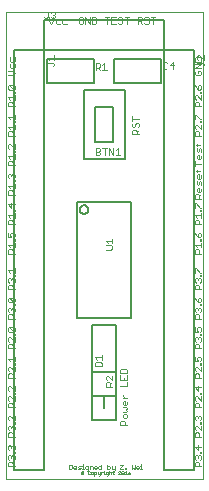
<source format=gto>
G75*
%MOIN*%
%OFA0B0*%
%FSLAX25Y25*%
%IPPOS*%
%LPD*%
%AMOC8*
5,1,8,0,0,1.08239X$1,22.5*
%
%ADD10C,0.00394*%
%ADD11C,0.00200*%
%ADD12C,0.00100*%
%ADD13C,0.00500*%
D10*
X0001197Y0001197D02*
X0001197Y0156709D01*
X0066945Y0156709D01*
X0066945Y0001197D01*
X0001197Y0001197D01*
D11*
X0002063Y0005304D02*
X0002063Y0006405D01*
X0002430Y0006771D01*
X0003164Y0006771D01*
X0003531Y0006405D01*
X0003531Y0005304D01*
X0004265Y0005304D02*
X0002063Y0005304D01*
X0002430Y0007513D02*
X0002063Y0007880D01*
X0002063Y0008614D01*
X0002430Y0008981D01*
X0002797Y0008981D01*
X0003164Y0008614D01*
X0003531Y0008981D01*
X0003898Y0008981D01*
X0004265Y0008614D01*
X0004265Y0007880D01*
X0003898Y0007513D01*
X0003164Y0008247D02*
X0003164Y0008614D01*
X0003898Y0009723D02*
X0003898Y0010090D01*
X0004265Y0010090D01*
X0004265Y0009723D01*
X0003898Y0009723D01*
X0003898Y0010828D02*
X0004265Y0011195D01*
X0004265Y0011929D01*
X0003898Y0012296D01*
X0003531Y0012296D01*
X0003164Y0011929D01*
X0003164Y0011562D01*
X0003164Y0011929D02*
X0002797Y0012296D01*
X0002430Y0012296D01*
X0002063Y0011929D01*
X0002063Y0011195D01*
X0002430Y0010828D01*
X0002063Y0015146D02*
X0002063Y0016247D01*
X0002430Y0016614D01*
X0003164Y0016614D01*
X0003531Y0016247D01*
X0003531Y0015146D01*
X0004265Y0015146D02*
X0002063Y0015146D01*
X0002430Y0017356D02*
X0002063Y0017723D01*
X0002063Y0018457D01*
X0002430Y0018824D01*
X0002797Y0018824D01*
X0003164Y0018457D01*
X0003531Y0018824D01*
X0003898Y0018824D01*
X0004265Y0018457D01*
X0004265Y0017723D01*
X0003898Y0017356D01*
X0003164Y0018090D02*
X0003164Y0018457D01*
X0003898Y0019566D02*
X0003898Y0019933D01*
X0004265Y0019933D01*
X0004265Y0019566D01*
X0003898Y0019566D01*
X0004265Y0020671D02*
X0002797Y0022139D01*
X0002430Y0022139D01*
X0002063Y0021772D01*
X0002063Y0021038D01*
X0002430Y0020671D01*
X0002063Y0024989D02*
X0002063Y0026090D01*
X0002430Y0026457D01*
X0003164Y0026457D01*
X0003531Y0026090D01*
X0003531Y0024989D01*
X0004265Y0024989D02*
X0002063Y0024989D01*
X0002430Y0027198D02*
X0002063Y0027565D01*
X0002063Y0028299D01*
X0002430Y0028666D01*
X0002797Y0028666D01*
X0004265Y0027198D01*
X0004265Y0028666D01*
X0004265Y0029408D02*
X0004265Y0029775D01*
X0003898Y0029775D01*
X0003898Y0029408D01*
X0004265Y0029408D01*
X0004265Y0030513D02*
X0002797Y0031981D01*
X0002430Y0031981D01*
X0002063Y0031614D01*
X0002063Y0030880D01*
X0002430Y0030513D01*
X0002063Y0034831D02*
X0002063Y0035932D01*
X0002430Y0036299D01*
X0003164Y0036299D01*
X0003531Y0035932D01*
X0003531Y0034831D01*
X0004265Y0034831D02*
X0002063Y0034831D01*
X0002430Y0037041D02*
X0002063Y0037408D01*
X0002063Y0038142D01*
X0002430Y0038509D01*
X0002797Y0038509D01*
X0004265Y0037041D01*
X0004265Y0038509D01*
X0004265Y0039251D02*
X0004265Y0039618D01*
X0003898Y0039618D01*
X0003898Y0039251D01*
X0004265Y0039251D01*
X0004265Y0040356D02*
X0004265Y0041824D01*
X0004265Y0041090D02*
X0002063Y0041090D01*
X0002797Y0040356D01*
X0002063Y0044674D02*
X0002063Y0045775D01*
X0002430Y0046142D01*
X0003164Y0046142D01*
X0003531Y0045775D01*
X0003531Y0044674D01*
X0004265Y0044674D02*
X0002063Y0044674D01*
X0002430Y0046884D02*
X0002063Y0047251D01*
X0002063Y0047984D01*
X0002430Y0048351D01*
X0002797Y0048351D01*
X0004265Y0046884D01*
X0004265Y0048351D01*
X0004265Y0049093D02*
X0004265Y0049460D01*
X0003898Y0049460D01*
X0003898Y0049093D01*
X0004265Y0049093D01*
X0003898Y0050198D02*
X0002430Y0051666D01*
X0003898Y0051666D01*
X0004265Y0051299D01*
X0004265Y0050565D01*
X0003898Y0050198D01*
X0002430Y0050198D01*
X0002063Y0050565D01*
X0002063Y0051299D01*
X0002430Y0051666D01*
X0002063Y0054516D02*
X0002063Y0055617D01*
X0002430Y0055984D01*
X0003164Y0055984D01*
X0003531Y0055617D01*
X0003531Y0054516D01*
X0004265Y0054516D02*
X0002063Y0054516D01*
X0002430Y0056726D02*
X0002063Y0057093D01*
X0002063Y0057827D01*
X0002430Y0058194D01*
X0002797Y0058194D01*
X0003164Y0057827D01*
X0003531Y0058194D01*
X0003898Y0058194D01*
X0004265Y0057827D01*
X0004265Y0057093D01*
X0003898Y0056726D01*
X0003164Y0057460D02*
X0003164Y0057827D01*
X0003898Y0058936D02*
X0003898Y0059303D01*
X0004265Y0059303D01*
X0004265Y0058936D01*
X0003898Y0058936D01*
X0003898Y0060041D02*
X0002430Y0061509D01*
X0003898Y0061509D01*
X0004265Y0061142D01*
X0004265Y0060408D01*
X0003898Y0060041D01*
X0002430Y0060041D01*
X0002063Y0060408D01*
X0002063Y0061142D01*
X0002430Y0061509D01*
X0002063Y0064359D02*
X0002063Y0065460D01*
X0002430Y0065827D01*
X0003164Y0065827D01*
X0003531Y0065460D01*
X0003531Y0064359D01*
X0004265Y0064359D02*
X0002063Y0064359D01*
X0002430Y0066569D02*
X0002063Y0066936D01*
X0002063Y0067670D01*
X0002430Y0068036D01*
X0002797Y0068036D01*
X0003164Y0067670D01*
X0003531Y0068036D01*
X0003898Y0068036D01*
X0004265Y0067670D01*
X0004265Y0066936D01*
X0003898Y0066569D01*
X0003164Y0067303D02*
X0003164Y0067670D01*
X0003898Y0068778D02*
X0003898Y0069145D01*
X0004265Y0069145D01*
X0004265Y0068778D01*
X0003898Y0068778D01*
X0004265Y0069883D02*
X0004265Y0071351D01*
X0004265Y0070617D02*
X0002063Y0070617D01*
X0002797Y0069883D01*
X0002063Y0076170D02*
X0002063Y0077271D01*
X0002430Y0077638D01*
X0003164Y0077638D01*
X0003531Y0077271D01*
X0003531Y0076170D01*
X0004265Y0076170D02*
X0002063Y0076170D01*
X0002797Y0078380D02*
X0002063Y0079114D01*
X0004265Y0079114D01*
X0004265Y0078380D02*
X0004265Y0079848D01*
X0004265Y0080589D02*
X0004265Y0080956D01*
X0003898Y0080956D01*
X0003898Y0080589D01*
X0004265Y0080589D01*
X0003898Y0081694D02*
X0004265Y0082061D01*
X0004265Y0082795D01*
X0003898Y0083162D01*
X0003164Y0083162D01*
X0002797Y0082795D01*
X0002797Y0082428D01*
X0003164Y0081694D01*
X0002063Y0081694D01*
X0002063Y0083162D01*
X0002063Y0086012D02*
X0002063Y0087113D01*
X0002430Y0087480D01*
X0003164Y0087480D01*
X0003531Y0087113D01*
X0003531Y0086012D01*
X0004265Y0086012D02*
X0002063Y0086012D01*
X0002797Y0088222D02*
X0002063Y0088956D01*
X0004265Y0088956D01*
X0004265Y0088222D02*
X0004265Y0089690D01*
X0004265Y0090432D02*
X0004265Y0090799D01*
X0003898Y0090799D01*
X0003898Y0090432D01*
X0004265Y0090432D01*
X0003164Y0091537D02*
X0003164Y0093005D01*
X0002063Y0092638D02*
X0003164Y0091537D01*
X0004265Y0092638D02*
X0002063Y0092638D01*
X0002063Y0095855D02*
X0002063Y0096956D01*
X0002430Y0097323D01*
X0003164Y0097323D01*
X0003531Y0096956D01*
X0003531Y0095855D01*
X0004265Y0095855D02*
X0002063Y0095855D01*
X0002797Y0098065D02*
X0002063Y0098799D01*
X0004265Y0098799D01*
X0004265Y0098065D02*
X0004265Y0099533D01*
X0004265Y0100275D02*
X0003898Y0100275D01*
X0003898Y0100641D01*
X0004265Y0100641D01*
X0004265Y0100275D01*
X0003898Y0101379D02*
X0004265Y0101746D01*
X0004265Y0102480D01*
X0003898Y0102847D01*
X0003531Y0102847D01*
X0003164Y0102480D01*
X0003164Y0102113D01*
X0003164Y0102480D02*
X0002797Y0102847D01*
X0002430Y0102847D01*
X0002063Y0102480D01*
X0002063Y0101746D01*
X0002430Y0101379D01*
X0002063Y0105697D02*
X0002063Y0106798D01*
X0002430Y0107165D01*
X0003164Y0107165D01*
X0003531Y0106798D01*
X0003531Y0105697D01*
X0004265Y0105697D02*
X0002063Y0105697D01*
X0002797Y0107907D02*
X0002063Y0108641D01*
X0004265Y0108641D01*
X0004265Y0107907D02*
X0004265Y0109375D01*
X0004265Y0110117D02*
X0003898Y0110117D01*
X0003898Y0110484D01*
X0004265Y0110484D01*
X0004265Y0110117D01*
X0004265Y0111222D02*
X0002797Y0112690D01*
X0002430Y0112690D01*
X0002063Y0112323D01*
X0002063Y0111589D01*
X0002430Y0111222D01*
X0002063Y0115540D02*
X0002063Y0116641D01*
X0002430Y0117008D01*
X0003164Y0117008D01*
X0003531Y0116641D01*
X0003531Y0115540D01*
X0004265Y0115540D02*
X0002063Y0115540D01*
X0002797Y0117750D02*
X0002063Y0118484D01*
X0004265Y0118484D01*
X0004265Y0117750D02*
X0004265Y0119218D01*
X0004265Y0119960D02*
X0004265Y0120327D01*
X0003898Y0120327D01*
X0003898Y0119960D01*
X0004265Y0119960D01*
X0004265Y0121064D02*
X0004265Y0122532D01*
X0004265Y0121798D02*
X0002063Y0121798D01*
X0002797Y0121064D01*
X0002063Y0125382D02*
X0002063Y0126483D01*
X0002430Y0126850D01*
X0003164Y0126850D01*
X0003531Y0126483D01*
X0003531Y0125382D01*
X0004265Y0125382D02*
X0002063Y0125382D01*
X0002797Y0127592D02*
X0002063Y0128326D01*
X0004265Y0128326D01*
X0004265Y0127592D02*
X0004265Y0129060D01*
X0004265Y0129802D02*
X0004265Y0130169D01*
X0003898Y0130169D01*
X0003898Y0129802D01*
X0004265Y0129802D01*
X0003898Y0130907D02*
X0002430Y0132375D01*
X0003898Y0132375D01*
X0004265Y0132008D01*
X0004265Y0131274D01*
X0003898Y0130907D01*
X0002430Y0130907D01*
X0002063Y0131274D01*
X0002063Y0132008D01*
X0002430Y0132375D01*
X0002063Y0135777D02*
X0003531Y0135777D01*
X0004265Y0136511D01*
X0003531Y0137245D01*
X0002063Y0137245D01*
X0003164Y0137987D02*
X0003898Y0137987D01*
X0004265Y0138354D01*
X0004265Y0139455D01*
X0003898Y0140197D02*
X0004265Y0140564D01*
X0004265Y0141665D01*
X0003898Y0140197D02*
X0003164Y0140197D01*
X0002797Y0140564D01*
X0002797Y0141665D01*
X0002797Y0139455D02*
X0002797Y0138354D01*
X0003164Y0137987D01*
X0014459Y0154643D02*
X0014826Y0154643D01*
X0015193Y0155010D01*
X0015193Y0156845D01*
X0014826Y0156845D02*
X0015560Y0156845D01*
X0016302Y0156478D02*
X0016669Y0156845D01*
X0017403Y0156845D01*
X0017770Y0156478D01*
X0017770Y0156111D01*
X0017403Y0155744D01*
X0017770Y0155377D01*
X0017770Y0155010D01*
X0017403Y0154643D01*
X0016669Y0154643D01*
X0016302Y0155010D01*
X0015699Y0155074D02*
X0015699Y0153606D01*
X0016433Y0152872D01*
X0017166Y0153606D01*
X0017166Y0155074D01*
X0017036Y0155744D02*
X0017403Y0155744D01*
X0018275Y0154340D02*
X0017908Y0153973D01*
X0017908Y0153239D01*
X0018275Y0152872D01*
X0019376Y0152872D01*
X0020118Y0153239D02*
X0020485Y0152872D01*
X0021586Y0152872D01*
X0021586Y0154340D02*
X0020485Y0154340D01*
X0020118Y0153973D01*
X0020118Y0153239D01*
X0019376Y0154340D02*
X0018275Y0154340D01*
X0014459Y0154643D02*
X0014092Y0155010D01*
X0017276Y0142287D02*
X0017276Y0140819D01*
X0017276Y0141553D02*
X0015075Y0141553D01*
X0015808Y0140819D01*
X0015075Y0140077D02*
X0015075Y0139343D01*
X0015075Y0139710D02*
X0016909Y0139710D01*
X0017276Y0139343D01*
X0017276Y0138976D01*
X0016909Y0138609D01*
X0025908Y0152872D02*
X0025541Y0153239D01*
X0025541Y0154707D01*
X0025908Y0155074D01*
X0026642Y0155074D01*
X0027009Y0154707D01*
X0027009Y0153973D02*
X0026275Y0153973D01*
X0027009Y0153239D02*
X0026642Y0152872D01*
X0025908Y0152872D01*
X0027009Y0153239D02*
X0027009Y0153973D01*
X0027751Y0155074D02*
X0029219Y0152872D01*
X0029219Y0155074D01*
X0029961Y0155074D02*
X0029961Y0152872D01*
X0031062Y0152872D01*
X0031429Y0153239D01*
X0031429Y0154707D01*
X0031062Y0155074D01*
X0029961Y0155074D01*
X0027751Y0155074D02*
X0027751Y0152872D01*
X0031218Y0139719D02*
X0032319Y0139719D01*
X0032686Y0139352D01*
X0032686Y0138618D01*
X0032319Y0138251D01*
X0031218Y0138251D01*
X0031218Y0137517D02*
X0031218Y0139719D01*
X0031952Y0138251D02*
X0032686Y0137517D01*
X0033428Y0137517D02*
X0034896Y0137517D01*
X0034162Y0137517D02*
X0034162Y0139719D01*
X0033428Y0138985D01*
X0035013Y0152872D02*
X0035013Y0155074D01*
X0034279Y0155074D02*
X0035747Y0155074D01*
X0036489Y0155074D02*
X0036489Y0152872D01*
X0037956Y0152872D01*
X0038698Y0153239D02*
X0039065Y0152872D01*
X0039799Y0152872D01*
X0040166Y0153239D01*
X0040166Y0153606D01*
X0039799Y0153973D01*
X0039065Y0153973D01*
X0038698Y0154340D01*
X0038698Y0154707D01*
X0039065Y0155074D01*
X0039799Y0155074D01*
X0040166Y0154707D01*
X0040908Y0155074D02*
X0042376Y0155074D01*
X0041642Y0155074D02*
X0041642Y0152872D01*
X0045226Y0152872D02*
X0045226Y0155074D01*
X0046327Y0155074D01*
X0046694Y0154707D01*
X0046694Y0153973D01*
X0046327Y0153606D01*
X0045226Y0153606D01*
X0045960Y0153606D02*
X0046694Y0152872D01*
X0047436Y0153239D02*
X0047803Y0152872D01*
X0048537Y0152872D01*
X0048904Y0153239D01*
X0048904Y0153606D01*
X0048537Y0153973D01*
X0047803Y0153973D01*
X0047436Y0154340D01*
X0047436Y0154707D01*
X0047803Y0155074D01*
X0048537Y0155074D01*
X0048904Y0154707D01*
X0049646Y0155074D02*
X0051114Y0155074D01*
X0050380Y0155074D02*
X0050380Y0152872D01*
X0054026Y0140094D02*
X0053659Y0139727D01*
X0053659Y0138259D01*
X0054026Y0137892D01*
X0054760Y0137892D01*
X0055127Y0138259D01*
X0055869Y0138993D02*
X0057337Y0138993D01*
X0056970Y0137892D02*
X0056970Y0140094D01*
X0055869Y0138993D01*
X0055127Y0139727D02*
X0054760Y0140094D01*
X0054026Y0140094D01*
X0045604Y0121246D02*
X0043402Y0121246D01*
X0043402Y0120512D02*
X0043402Y0121980D01*
X0043769Y0119770D02*
X0043402Y0119403D01*
X0043402Y0118669D01*
X0043769Y0118302D01*
X0044136Y0118302D01*
X0044503Y0118669D01*
X0044503Y0119403D01*
X0044870Y0119770D01*
X0045237Y0119770D01*
X0045604Y0119403D01*
X0045604Y0118669D01*
X0045237Y0118302D01*
X0045604Y0117560D02*
X0044870Y0116826D01*
X0044870Y0117193D02*
X0044870Y0116092D01*
X0045604Y0116092D02*
X0043402Y0116092D01*
X0043402Y0117193D01*
X0043769Y0117560D01*
X0044503Y0117560D01*
X0044870Y0117193D01*
X0039334Y0109133D02*
X0037866Y0109133D01*
X0038600Y0109133D02*
X0038600Y0111335D01*
X0037866Y0110601D01*
X0037124Y0111335D02*
X0037124Y0109133D01*
X0035657Y0111335D01*
X0035657Y0109133D01*
X0034181Y0109133D02*
X0034181Y0111335D01*
X0033447Y0111335D02*
X0034915Y0111335D01*
X0032705Y0110968D02*
X0032705Y0110601D01*
X0032338Y0110234D01*
X0031237Y0110234D01*
X0032338Y0110234D02*
X0032705Y0109867D01*
X0032705Y0109500D01*
X0032338Y0109133D01*
X0031237Y0109133D01*
X0031237Y0111335D01*
X0032338Y0111335D01*
X0032705Y0110968D01*
X0036765Y0081264D02*
X0036765Y0079796D01*
X0036765Y0080530D02*
X0034563Y0080530D01*
X0035297Y0079796D01*
X0034563Y0079054D02*
X0036398Y0079054D01*
X0036765Y0078687D01*
X0036765Y0077953D01*
X0036398Y0077586D01*
X0034563Y0077586D01*
X0033202Y0042376D02*
X0033202Y0040908D01*
X0033202Y0041642D02*
X0031000Y0041642D01*
X0031734Y0040908D01*
X0031367Y0040166D02*
X0031000Y0039799D01*
X0031000Y0038698D01*
X0033202Y0038698D01*
X0033202Y0039799D01*
X0032835Y0040166D01*
X0031367Y0040166D01*
X0034930Y0035594D02*
X0034563Y0035227D01*
X0034563Y0034493D01*
X0034930Y0034126D01*
X0034930Y0033384D02*
X0035664Y0033384D01*
X0036031Y0033017D01*
X0036031Y0031916D01*
X0036765Y0031916D02*
X0034563Y0031916D01*
X0034563Y0033017D01*
X0034930Y0033384D01*
X0036765Y0034126D02*
X0035297Y0035594D01*
X0034930Y0035594D01*
X0036765Y0033384D02*
X0036031Y0032650D01*
X0036765Y0034126D02*
X0036765Y0035594D01*
X0039465Y0035664D02*
X0039465Y0034196D01*
X0041667Y0034196D01*
X0041667Y0035664D01*
X0041667Y0036406D02*
X0041667Y0037507D01*
X0041300Y0037874D01*
X0039832Y0037874D01*
X0039465Y0037507D01*
X0039465Y0036406D01*
X0041667Y0036406D01*
X0041667Y0033454D02*
X0041667Y0031987D01*
X0039465Y0031987D01*
X0040566Y0034196D02*
X0040566Y0034930D01*
X0040199Y0029036D02*
X0040199Y0028669D01*
X0040933Y0027935D01*
X0041667Y0027935D02*
X0040199Y0027935D01*
X0040566Y0027193D02*
X0040933Y0027193D01*
X0040933Y0025725D01*
X0041300Y0025725D02*
X0040566Y0025725D01*
X0040199Y0026092D01*
X0040199Y0026826D01*
X0040566Y0027193D01*
X0041667Y0026092D02*
X0041300Y0025725D01*
X0041667Y0026092D02*
X0041667Y0026826D01*
X0041300Y0024983D02*
X0040199Y0024983D01*
X0041300Y0024983D02*
X0041667Y0024616D01*
X0041300Y0024249D01*
X0041667Y0023882D01*
X0041300Y0023515D01*
X0040199Y0023515D01*
X0040566Y0022773D02*
X0040199Y0022406D01*
X0040199Y0021672D01*
X0040566Y0021305D01*
X0041300Y0021305D01*
X0041667Y0021672D01*
X0041667Y0022406D01*
X0041300Y0022773D01*
X0040566Y0022773D01*
X0040566Y0020563D02*
X0039832Y0020563D01*
X0039465Y0020197D01*
X0039465Y0019096D01*
X0041667Y0019096D01*
X0040933Y0019096D02*
X0040933Y0020197D01*
X0040566Y0020563D01*
X0064287Y0021038D02*
X0064287Y0021772D01*
X0064654Y0022139D01*
X0065021Y0022139D01*
X0065388Y0021772D01*
X0065755Y0022139D01*
X0066122Y0022139D01*
X0066489Y0021772D01*
X0066489Y0021038D01*
X0066122Y0020671D01*
X0066122Y0019933D02*
X0066489Y0019933D01*
X0066489Y0019566D01*
X0066122Y0019566D01*
X0066122Y0019933D01*
X0066489Y0018824D02*
X0066489Y0017356D01*
X0065021Y0018824D01*
X0064654Y0018824D01*
X0064287Y0018457D01*
X0064287Y0017723D01*
X0064654Y0017356D01*
X0064654Y0016614D02*
X0065388Y0016614D01*
X0065755Y0016247D01*
X0065755Y0015146D01*
X0066489Y0015146D02*
X0064287Y0015146D01*
X0064287Y0016247D01*
X0064654Y0016614D01*
X0064654Y0020671D02*
X0064287Y0021038D01*
X0065388Y0021405D02*
X0065388Y0021772D01*
X0065755Y0024989D02*
X0065755Y0026090D01*
X0065388Y0026457D01*
X0064654Y0026457D01*
X0064287Y0026090D01*
X0064287Y0024989D01*
X0066489Y0024989D01*
X0066489Y0027198D02*
X0065021Y0028666D01*
X0064654Y0028666D01*
X0064287Y0028299D01*
X0064287Y0027565D01*
X0064654Y0027198D01*
X0066122Y0029408D02*
X0066122Y0029775D01*
X0066489Y0029775D01*
X0066489Y0029408D01*
X0066122Y0029408D01*
X0066489Y0028666D02*
X0066489Y0027198D01*
X0065388Y0030513D02*
X0065388Y0031981D01*
X0064287Y0031614D02*
X0065388Y0030513D01*
X0066489Y0031614D02*
X0064287Y0031614D01*
X0064287Y0034831D02*
X0064287Y0035932D01*
X0064654Y0036299D01*
X0065388Y0036299D01*
X0065755Y0035932D01*
X0065755Y0034831D01*
X0066489Y0034831D02*
X0064287Y0034831D01*
X0064654Y0037041D02*
X0064287Y0037408D01*
X0064287Y0038142D01*
X0064654Y0038509D01*
X0065021Y0038509D01*
X0066489Y0037041D01*
X0066489Y0038509D01*
X0066489Y0039251D02*
X0066489Y0039618D01*
X0066122Y0039618D01*
X0066122Y0039251D01*
X0066489Y0039251D01*
X0066122Y0040356D02*
X0066489Y0040723D01*
X0066489Y0041457D01*
X0066122Y0041824D01*
X0065388Y0041824D01*
X0065021Y0041457D01*
X0065021Y0041090D01*
X0065388Y0040356D01*
X0064287Y0040356D01*
X0064287Y0041824D01*
X0064287Y0044674D02*
X0064287Y0045775D01*
X0064654Y0046142D01*
X0065388Y0046142D01*
X0065755Y0045775D01*
X0065755Y0044674D01*
X0066489Y0044674D02*
X0064287Y0044674D01*
X0064654Y0046884D02*
X0064287Y0047250D01*
X0064287Y0047984D01*
X0064654Y0048351D01*
X0065021Y0048351D01*
X0065388Y0047984D01*
X0065755Y0048351D01*
X0066122Y0048351D01*
X0066489Y0047984D01*
X0066489Y0047250D01*
X0066122Y0046884D01*
X0065388Y0047617D02*
X0065388Y0047984D01*
X0066122Y0049093D02*
X0066122Y0049460D01*
X0066489Y0049460D01*
X0066489Y0049093D01*
X0066122Y0049093D01*
X0066122Y0050198D02*
X0066489Y0050565D01*
X0066489Y0051299D01*
X0066122Y0051666D01*
X0065388Y0051666D01*
X0065021Y0051299D01*
X0065021Y0050932D01*
X0065388Y0050198D01*
X0064287Y0050198D01*
X0064287Y0051666D01*
X0064287Y0054516D02*
X0064287Y0055617D01*
X0064654Y0055984D01*
X0065388Y0055984D01*
X0065755Y0055617D01*
X0065755Y0054516D01*
X0066489Y0054516D02*
X0064287Y0054516D01*
X0064654Y0056726D02*
X0064287Y0057093D01*
X0064287Y0057827D01*
X0064654Y0058194D01*
X0065021Y0058194D01*
X0065388Y0057827D01*
X0065755Y0058194D01*
X0066122Y0058194D01*
X0066489Y0057827D01*
X0066489Y0057093D01*
X0066122Y0056726D01*
X0065388Y0057460D02*
X0065388Y0057827D01*
X0066122Y0058936D02*
X0066122Y0059303D01*
X0066489Y0059303D01*
X0066489Y0058936D01*
X0066122Y0058936D01*
X0066122Y0060041D02*
X0066489Y0060408D01*
X0066489Y0061142D01*
X0066122Y0061509D01*
X0065755Y0061509D01*
X0065388Y0061142D01*
X0065388Y0060041D01*
X0066122Y0060041D01*
X0065388Y0060041D02*
X0064654Y0060775D01*
X0064287Y0061509D01*
X0064287Y0064359D02*
X0064287Y0065460D01*
X0064654Y0065827D01*
X0065388Y0065827D01*
X0065755Y0065460D01*
X0065755Y0064359D01*
X0066489Y0064359D02*
X0064287Y0064359D01*
X0064654Y0066569D02*
X0064287Y0066936D01*
X0064287Y0067669D01*
X0064654Y0068036D01*
X0065021Y0068036D01*
X0065388Y0067669D01*
X0065755Y0068036D01*
X0066122Y0068036D01*
X0066489Y0067669D01*
X0066489Y0066936D01*
X0066122Y0066569D01*
X0065388Y0067303D02*
X0065388Y0067669D01*
X0066122Y0068778D02*
X0066122Y0069145D01*
X0066489Y0069145D01*
X0066489Y0068778D01*
X0066122Y0068778D01*
X0066122Y0069883D02*
X0066489Y0069883D01*
X0066122Y0069883D02*
X0064654Y0071351D01*
X0064287Y0071351D01*
X0064287Y0069883D01*
X0064287Y0076170D02*
X0064287Y0077271D01*
X0064654Y0077638D01*
X0065388Y0077638D01*
X0065755Y0077271D01*
X0065755Y0076170D01*
X0066489Y0076170D02*
X0064287Y0076170D01*
X0065021Y0078380D02*
X0064287Y0079114D01*
X0066489Y0079114D01*
X0066489Y0079847D02*
X0066489Y0078380D01*
X0066489Y0080589D02*
X0066122Y0080589D01*
X0066122Y0080956D01*
X0066489Y0080956D01*
X0066489Y0080589D01*
X0066122Y0081694D02*
X0066489Y0082061D01*
X0066489Y0082795D01*
X0066122Y0083162D01*
X0065755Y0083162D01*
X0065388Y0082795D01*
X0065388Y0081694D01*
X0066122Y0081694D01*
X0065388Y0081694D02*
X0064654Y0082428D01*
X0064287Y0083162D01*
X0064287Y0086012D02*
X0064287Y0087113D01*
X0064654Y0087480D01*
X0065388Y0087480D01*
X0065755Y0087113D01*
X0065755Y0086012D01*
X0066489Y0086012D02*
X0064287Y0086012D01*
X0065021Y0088222D02*
X0064287Y0088956D01*
X0066489Y0088956D01*
X0066489Y0088222D02*
X0066489Y0089690D01*
X0066489Y0090432D02*
X0066489Y0090799D01*
X0066122Y0090799D01*
X0066122Y0090432D01*
X0066489Y0090432D01*
X0066489Y0091537D02*
X0066122Y0091537D01*
X0064654Y0093005D01*
X0064287Y0093005D01*
X0064287Y0091537D01*
X0064287Y0094566D02*
X0064287Y0095667D01*
X0064654Y0096034D01*
X0065388Y0096034D01*
X0065755Y0095667D01*
X0065755Y0094566D01*
X0065755Y0095300D02*
X0066489Y0096034D01*
X0066122Y0096776D02*
X0066489Y0097142D01*
X0066489Y0097876D01*
X0065755Y0098243D02*
X0065755Y0096776D01*
X0066122Y0096776D02*
X0065388Y0096776D01*
X0065021Y0097142D01*
X0065021Y0097876D01*
X0065388Y0098243D01*
X0065755Y0098243D01*
X0065388Y0098985D02*
X0065021Y0099352D01*
X0065021Y0100453D01*
X0065388Y0101195D02*
X0065021Y0101562D01*
X0065021Y0102296D01*
X0065388Y0102663D01*
X0065755Y0102663D01*
X0065755Y0101195D01*
X0066122Y0101195D02*
X0065388Y0101195D01*
X0066122Y0101195D02*
X0066489Y0101562D01*
X0066489Y0102296D01*
X0066122Y0103772D02*
X0066489Y0104139D01*
X0066122Y0103772D02*
X0064654Y0103772D01*
X0065021Y0103405D02*
X0065021Y0104139D01*
X0064287Y0105513D02*
X0064287Y0106981D01*
X0064287Y0106247D02*
X0066489Y0106247D01*
X0066122Y0107723D02*
X0065388Y0107723D01*
X0065021Y0108090D01*
X0065021Y0108824D01*
X0065388Y0109191D01*
X0065755Y0109191D01*
X0065755Y0107723D01*
X0066122Y0107723D02*
X0066489Y0108090D01*
X0066489Y0108824D01*
X0066489Y0109933D02*
X0066489Y0111034D01*
X0066122Y0111401D01*
X0065755Y0111034D01*
X0065755Y0110300D01*
X0065388Y0109933D01*
X0065021Y0110300D01*
X0065021Y0111401D01*
X0065021Y0112143D02*
X0065021Y0112877D01*
X0064654Y0112510D02*
X0066122Y0112510D01*
X0066489Y0112877D01*
X0066489Y0115540D02*
X0064287Y0115540D01*
X0064287Y0116641D01*
X0064654Y0117008D01*
X0065388Y0117008D01*
X0065755Y0116641D01*
X0065755Y0115540D01*
X0066489Y0117750D02*
X0065021Y0119218D01*
X0064654Y0119218D01*
X0064287Y0118851D01*
X0064287Y0118117D01*
X0064654Y0117750D01*
X0066122Y0119960D02*
X0066122Y0120327D01*
X0066489Y0120327D01*
X0066489Y0119960D01*
X0066122Y0119960D01*
X0066489Y0119218D02*
X0066489Y0117750D01*
X0066489Y0121064D02*
X0066122Y0121064D01*
X0064654Y0122532D01*
X0064287Y0122532D01*
X0064287Y0121064D01*
X0064287Y0125382D02*
X0064287Y0126483D01*
X0064654Y0126850D01*
X0065388Y0126850D01*
X0065755Y0126483D01*
X0065755Y0125382D01*
X0066489Y0125382D02*
X0064287Y0125382D01*
X0064654Y0127592D02*
X0064287Y0127959D01*
X0064287Y0128693D01*
X0064654Y0129060D01*
X0065021Y0129060D01*
X0066489Y0127592D01*
X0066489Y0129060D01*
X0066489Y0129802D02*
X0066489Y0130169D01*
X0066122Y0130169D01*
X0066122Y0129802D01*
X0066489Y0129802D01*
X0066122Y0130907D02*
X0066489Y0131274D01*
X0066489Y0132008D01*
X0066122Y0132375D01*
X0065755Y0132375D01*
X0065388Y0132008D01*
X0065388Y0130907D01*
X0066122Y0130907D01*
X0065388Y0130907D02*
X0064654Y0131641D01*
X0064287Y0132375D01*
X0064654Y0135777D02*
X0064287Y0136144D01*
X0064287Y0136878D01*
X0064654Y0137245D01*
X0065388Y0137245D02*
X0065388Y0136511D01*
X0065388Y0137245D02*
X0066122Y0137245D01*
X0066489Y0136878D01*
X0066489Y0136144D01*
X0066122Y0135777D01*
X0064654Y0135777D01*
X0064287Y0137987D02*
X0066489Y0139455D01*
X0064287Y0139455D01*
X0064287Y0140197D02*
X0064287Y0141298D01*
X0064654Y0141665D01*
X0066122Y0141665D01*
X0066489Y0141298D01*
X0066489Y0140197D01*
X0064287Y0140197D01*
X0065075Y0140077D02*
X0065075Y0139343D01*
X0065075Y0139710D02*
X0066909Y0139710D01*
X0067276Y0139343D01*
X0067276Y0138976D01*
X0066909Y0138609D01*
X0066489Y0137987D02*
X0064287Y0137987D01*
X0065441Y0140819D02*
X0065075Y0141186D01*
X0065075Y0141920D01*
X0065441Y0142287D01*
X0065808Y0142287D01*
X0067276Y0140819D01*
X0067276Y0142287D01*
X0066122Y0100453D02*
X0065755Y0100086D01*
X0065755Y0099352D01*
X0065388Y0098985D01*
X0066489Y0100086D02*
X0066122Y0100453D01*
X0066489Y0100086D02*
X0066489Y0098985D01*
X0066489Y0094566D02*
X0064287Y0094566D01*
X0037956Y0155074D02*
X0036489Y0155074D01*
X0036489Y0153973D02*
X0037222Y0153973D01*
X0004265Y0112690D02*
X0004265Y0111222D01*
X0004265Y0031981D02*
X0004265Y0030513D01*
X0004265Y0022139D02*
X0004265Y0020671D01*
X0064287Y0011929D02*
X0065388Y0010828D01*
X0065388Y0012296D01*
X0066122Y0010090D02*
X0066489Y0010090D01*
X0066489Y0009723D01*
X0066122Y0009723D01*
X0066122Y0010090D01*
X0066122Y0008981D02*
X0066489Y0008614D01*
X0066489Y0007880D01*
X0066122Y0007513D01*
X0065388Y0008247D02*
X0065388Y0008614D01*
X0065755Y0008981D01*
X0066122Y0008981D01*
X0065388Y0008614D02*
X0065021Y0008981D01*
X0064654Y0008981D01*
X0064287Y0008614D01*
X0064287Y0007880D01*
X0064654Y0007513D01*
X0064654Y0006771D02*
X0065388Y0006771D01*
X0065755Y0006404D01*
X0065755Y0005304D01*
X0066489Y0005304D02*
X0064287Y0005304D01*
X0064287Y0006404D01*
X0064654Y0006771D01*
X0064287Y0011929D02*
X0066489Y0011929D01*
D12*
X0046379Y0006135D02*
X0046379Y0005885D01*
X0046379Y0005385D02*
X0046379Y0004384D01*
X0046129Y0004384D02*
X0046630Y0004384D01*
X0046379Y0005385D02*
X0046129Y0005385D01*
X0045657Y0005134D02*
X0045657Y0004884D01*
X0044656Y0004884D01*
X0044656Y0004634D02*
X0044656Y0005134D01*
X0044906Y0005385D01*
X0045406Y0005385D01*
X0045657Y0005134D01*
X0045406Y0004384D02*
X0044906Y0004384D01*
X0044656Y0004634D01*
X0044183Y0004384D02*
X0044183Y0005885D01*
X0043183Y0005885D02*
X0043183Y0004384D01*
X0043683Y0004884D01*
X0044183Y0004384D01*
X0042719Y0003716D02*
X0042352Y0003533D01*
X0041985Y0003166D01*
X0042536Y0003166D01*
X0042719Y0002982D01*
X0042719Y0002799D01*
X0042536Y0002615D01*
X0042169Y0002615D01*
X0041985Y0002799D01*
X0041985Y0003166D01*
X0041615Y0002615D02*
X0040881Y0002615D01*
X0041248Y0002615D02*
X0041248Y0003716D01*
X0040881Y0003349D01*
X0040510Y0003533D02*
X0040510Y0002799D01*
X0040326Y0002615D01*
X0039959Y0002615D01*
X0039776Y0002799D01*
X0040510Y0003533D01*
X0040326Y0003716D01*
X0039959Y0003716D01*
X0039776Y0003533D01*
X0039776Y0002799D01*
X0039405Y0002615D02*
X0038671Y0002615D01*
X0039405Y0003349D01*
X0039405Y0003533D01*
X0039221Y0003716D01*
X0038854Y0003716D01*
X0038671Y0003533D01*
X0037554Y0004134D02*
X0037554Y0005385D01*
X0037554Y0004384D02*
X0036803Y0004384D01*
X0036553Y0004634D01*
X0036553Y0005385D01*
X0036081Y0005134D02*
X0035830Y0005385D01*
X0035080Y0005385D01*
X0035080Y0005885D02*
X0035080Y0004384D01*
X0035830Y0004384D01*
X0036081Y0004634D01*
X0036081Y0005134D01*
X0035724Y0003716D02*
X0035724Y0002615D01*
X0035353Y0002615D02*
X0034803Y0002615D01*
X0034619Y0002799D01*
X0034619Y0003166D01*
X0034803Y0003349D01*
X0035353Y0003349D01*
X0035353Y0002432D01*
X0035170Y0002248D01*
X0034986Y0002248D01*
X0034250Y0002615D02*
X0033883Y0002615D01*
X0034066Y0002615D02*
X0034066Y0003349D01*
X0033883Y0003349D01*
X0033512Y0003349D02*
X0033329Y0003349D01*
X0032962Y0002982D01*
X0032962Y0002615D02*
X0032962Y0003349D01*
X0032591Y0003349D02*
X0032591Y0002432D01*
X0032407Y0002248D01*
X0032224Y0002248D01*
X0032040Y0002615D02*
X0032591Y0002615D01*
X0032040Y0002615D02*
X0031857Y0002799D01*
X0031857Y0003349D01*
X0031486Y0003166D02*
X0031486Y0002799D01*
X0031302Y0002615D01*
X0030752Y0002615D01*
X0030752Y0002248D02*
X0030752Y0003349D01*
X0031302Y0003349D01*
X0031486Y0003166D01*
X0031411Y0004384D02*
X0030910Y0004384D01*
X0030660Y0004634D01*
X0030660Y0005134D01*
X0030910Y0005385D01*
X0031411Y0005385D01*
X0031661Y0005134D01*
X0031661Y0004884D01*
X0030660Y0004884D01*
X0030188Y0005134D02*
X0030188Y0004384D01*
X0030188Y0005134D02*
X0029937Y0005385D01*
X0029187Y0005385D01*
X0029187Y0004384D01*
X0028714Y0004384D02*
X0027964Y0004384D01*
X0027713Y0004634D01*
X0027713Y0005134D01*
X0027964Y0005385D01*
X0028714Y0005385D01*
X0028714Y0004134D01*
X0028464Y0003883D01*
X0028214Y0003883D01*
X0028542Y0003533D02*
X0028542Y0002799D01*
X0028726Y0002615D01*
X0029093Y0002615D01*
X0029276Y0002799D01*
X0029647Y0002799D02*
X0029831Y0002615D01*
X0030198Y0002615D01*
X0030381Y0002799D01*
X0030381Y0003166D01*
X0030198Y0003349D01*
X0029831Y0003349D01*
X0029647Y0003166D01*
X0029647Y0002799D01*
X0029276Y0003533D02*
X0029093Y0003716D01*
X0028726Y0003716D01*
X0028542Y0003533D01*
X0027066Y0003533D02*
X0027066Y0003166D01*
X0026883Y0002982D01*
X0026883Y0003349D01*
X0026516Y0003349D01*
X0026516Y0002982D01*
X0026883Y0002982D01*
X0027066Y0002799D02*
X0026883Y0002615D01*
X0026516Y0002615D01*
X0026332Y0002799D01*
X0026332Y0003533D01*
X0026516Y0003716D01*
X0026883Y0003716D01*
X0027066Y0003533D01*
X0026981Y0004384D02*
X0026981Y0005385D01*
X0026731Y0005385D01*
X0026259Y0005385D02*
X0025508Y0005385D01*
X0025258Y0005134D01*
X0025508Y0004884D01*
X0026009Y0004884D01*
X0026259Y0004634D01*
X0026009Y0004384D01*
X0025258Y0004384D01*
X0024786Y0004884D02*
X0023785Y0004884D01*
X0023785Y0004634D02*
X0023785Y0005134D01*
X0024035Y0005385D01*
X0024535Y0005385D01*
X0024786Y0005134D01*
X0024786Y0004884D01*
X0024535Y0004384D02*
X0024035Y0004384D01*
X0023785Y0004634D01*
X0023312Y0004634D02*
X0023312Y0005635D01*
X0023062Y0005885D01*
X0022311Y0005885D01*
X0022311Y0004384D01*
X0023062Y0004384D01*
X0023312Y0004634D01*
X0026731Y0004384D02*
X0027232Y0004384D01*
X0026981Y0005885D02*
X0026981Y0006135D01*
X0032133Y0005134D02*
X0032133Y0004634D01*
X0032383Y0004384D01*
X0033134Y0004384D01*
X0033134Y0005885D01*
X0033134Y0005385D02*
X0032383Y0005385D01*
X0032133Y0005134D01*
X0034066Y0003900D02*
X0034066Y0003716D01*
X0035724Y0003166D02*
X0035908Y0003349D01*
X0036275Y0003349D01*
X0036458Y0003166D01*
X0036458Y0002615D01*
X0037013Y0002799D02*
X0037013Y0003533D01*
X0037196Y0003349D02*
X0036829Y0003349D01*
X0037053Y0003883D02*
X0037304Y0003883D01*
X0037554Y0004134D01*
X0037013Y0002799D02*
X0037196Y0002615D01*
X0039499Y0004384D02*
X0040500Y0004384D01*
X0040973Y0004384D02*
X0041223Y0004384D01*
X0041223Y0004634D01*
X0040973Y0004634D01*
X0040973Y0004384D01*
X0040500Y0005635D02*
X0039499Y0004634D01*
X0039499Y0004384D01*
X0039499Y0005885D02*
X0040500Y0005885D01*
X0040500Y0005635D01*
D13*
X0038008Y0020882D02*
X0030134Y0020882D01*
X0030134Y0028756D01*
X0034071Y0028756D01*
X0034071Y0024819D01*
X0034071Y0028756D02*
X0038008Y0028756D01*
X0038008Y0036630D01*
X0038008Y0052378D01*
X0030134Y0052378D01*
X0030134Y0036630D01*
X0038008Y0036630D01*
X0030134Y0036630D01*
X0030134Y0028756D01*
X0038008Y0028756D02*
X0038008Y0020882D01*
X0043126Y0054740D02*
X0025016Y0054740D01*
X0025016Y0093323D01*
X0043126Y0093323D01*
X0043126Y0054740D01*
X0025958Y0090961D02*
X0025960Y0091036D01*
X0025966Y0091111D01*
X0025976Y0091185D01*
X0025990Y0091259D01*
X0026007Y0091332D01*
X0026029Y0091403D01*
X0026054Y0091474D01*
X0026083Y0091543D01*
X0026115Y0091611D01*
X0026151Y0091676D01*
X0026191Y0091740D01*
X0026234Y0091802D01*
X0026280Y0091861D01*
X0026329Y0091918D01*
X0026381Y0091972D01*
X0026435Y0092023D01*
X0026493Y0092071D01*
X0026552Y0092116D01*
X0026615Y0092158D01*
X0026679Y0092197D01*
X0026745Y0092232D01*
X0026813Y0092264D01*
X0026883Y0092292D01*
X0026953Y0092316D01*
X0027026Y0092337D01*
X0027099Y0092353D01*
X0027173Y0092366D01*
X0027247Y0092375D01*
X0027322Y0092380D01*
X0027397Y0092381D01*
X0027472Y0092378D01*
X0027546Y0092371D01*
X0027620Y0092360D01*
X0027694Y0092345D01*
X0027767Y0092327D01*
X0027838Y0092304D01*
X0027908Y0092278D01*
X0027977Y0092248D01*
X0028044Y0092215D01*
X0028110Y0092178D01*
X0028173Y0092138D01*
X0028234Y0092094D01*
X0028292Y0092047D01*
X0028348Y0091998D01*
X0028402Y0091945D01*
X0028452Y0091890D01*
X0028500Y0091832D01*
X0028544Y0091771D01*
X0028585Y0091709D01*
X0028623Y0091644D01*
X0028657Y0091577D01*
X0028688Y0091509D01*
X0028715Y0091439D01*
X0028739Y0091368D01*
X0028758Y0091295D01*
X0028774Y0091222D01*
X0028786Y0091148D01*
X0028794Y0091073D01*
X0028798Y0090998D01*
X0028798Y0090924D01*
X0028794Y0090849D01*
X0028786Y0090774D01*
X0028774Y0090700D01*
X0028758Y0090627D01*
X0028739Y0090554D01*
X0028715Y0090483D01*
X0028688Y0090413D01*
X0028657Y0090345D01*
X0028623Y0090278D01*
X0028585Y0090213D01*
X0028544Y0090151D01*
X0028500Y0090090D01*
X0028452Y0090032D01*
X0028402Y0089977D01*
X0028348Y0089924D01*
X0028292Y0089875D01*
X0028234Y0089828D01*
X0028173Y0089784D01*
X0028110Y0089744D01*
X0028044Y0089707D01*
X0027977Y0089674D01*
X0027908Y0089644D01*
X0027838Y0089618D01*
X0027767Y0089595D01*
X0027694Y0089577D01*
X0027620Y0089562D01*
X0027546Y0089551D01*
X0027472Y0089544D01*
X0027397Y0089541D01*
X0027322Y0089542D01*
X0027247Y0089547D01*
X0027173Y0089556D01*
X0027099Y0089569D01*
X0027026Y0089585D01*
X0026953Y0089606D01*
X0026883Y0089630D01*
X0026813Y0089658D01*
X0026745Y0089690D01*
X0026679Y0089725D01*
X0026615Y0089764D01*
X0026552Y0089806D01*
X0026493Y0089851D01*
X0026435Y0089899D01*
X0026381Y0089950D01*
X0026329Y0090004D01*
X0026280Y0090061D01*
X0026234Y0090120D01*
X0026191Y0090182D01*
X0026151Y0090246D01*
X0026115Y0090311D01*
X0026083Y0090379D01*
X0026054Y0090448D01*
X0026029Y0090519D01*
X0026007Y0090590D01*
X0025990Y0090663D01*
X0025976Y0090737D01*
X0025966Y0090811D01*
X0025960Y0090886D01*
X0025958Y0090961D01*
X0027181Y0107890D02*
X0027181Y0130724D01*
X0040961Y0130724D01*
X0040961Y0107890D01*
X0027181Y0107890D01*
X0031118Y0113402D02*
X0031118Y0125213D01*
X0037024Y0125213D01*
X0037024Y0113402D01*
X0031118Y0113402D01*
X0030724Y0133087D02*
X0030724Y0140961D01*
X0014976Y0140961D01*
X0014976Y0133087D01*
X0030724Y0133087D01*
X0037417Y0133087D02*
X0037417Y0140961D01*
X0053165Y0140961D01*
X0053165Y0133087D01*
X0037417Y0133087D01*
X0054071Y0144031D02*
X0054071Y0154031D01*
X0014071Y0154031D01*
X0014071Y0144031D01*
X0054071Y0144031D01*
X0064071Y0144031D01*
X0064071Y0004031D01*
X0054071Y0004031D01*
X0054071Y0144031D01*
X0014071Y0144031D02*
X0004071Y0144031D01*
X0004071Y0004031D01*
X0014071Y0004031D01*
X0014071Y0144031D01*
M02*

</source>
